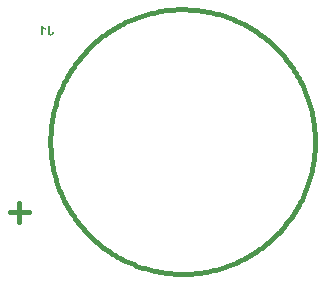
<source format=gbo>
G04*
G04 #@! TF.GenerationSoftware,Altium Limited,Altium Designer,24.5.2 (23)*
G04*
G04 Layer_Color=32896*
%FSLAX25Y25*%
%MOIN*%
G70*
G04*
G04 #@! TF.SameCoordinates,DA11F9B2-49B4-46D7-84E3-7535E75C2908*
G04*
G04*
G04 #@! TF.FilePolarity,Positive*
G04*
G01*
G75*
%ADD80C,0.01575*%
G36*
X22333Y89762D02*
X22357Y89710D01*
X22416Y89613D01*
X22478Y89526D01*
X22544Y89449D01*
X22576Y89415D01*
X22603Y89387D01*
X22628Y89359D01*
X22652Y89338D01*
X22669Y89321D01*
X22683Y89311D01*
X22693Y89304D01*
X22697Y89300D01*
X22801Y89224D01*
X22898Y89161D01*
X22985Y89109D01*
X23061Y89071D01*
X23096Y89054D01*
X23127Y89040D01*
X23152Y89030D01*
X23176Y89019D01*
X23193Y89012D01*
X23207Y89009D01*
X23214Y89005D01*
X23217D01*
Y88447D01*
X23134Y88478D01*
X23054Y88509D01*
X22975Y88544D01*
X22902Y88582D01*
X22832Y88620D01*
X22766Y88658D01*
X22707Y88696D01*
X22652Y88735D01*
X22600Y88769D01*
X22558Y88804D01*
X22517Y88835D01*
X22485Y88859D01*
X22461Y88880D01*
X22440Y88898D01*
X22430Y88908D01*
X22426Y88911D01*
Y86604D01*
X21812D01*
Y89817D01*
X22312D01*
X22333Y89762D01*
D02*
G37*
G36*
X24578Y87732D02*
Y87662D01*
X24581Y87600D01*
X24585Y87541D01*
X24592Y87489D01*
X24599Y87440D01*
X24606Y87399D01*
X24616Y87361D01*
X24623Y87329D01*
X24630Y87301D01*
X24640Y87277D01*
X24647Y87260D01*
X24654Y87243D01*
X24661Y87232D01*
X24665Y87225D01*
X24668Y87218D01*
X24706Y87177D01*
X24755Y87149D01*
X24803Y87128D01*
X24855Y87111D01*
X24901Y87104D01*
X24939Y87100D01*
X24952Y87097D01*
X24973D01*
X25012Y87100D01*
X25050Y87104D01*
X25112Y87125D01*
X25168Y87152D01*
X25213Y87183D01*
X25247Y87215D01*
X25272Y87239D01*
X25289Y87260D01*
X25293Y87263D01*
Y87267D01*
X25306Y87291D01*
X25317Y87315D01*
X25334Y87378D01*
X25348Y87440D01*
X25359Y87506D01*
X25365Y87565D01*
X25369Y87590D01*
Y87614D01*
X25372Y87631D01*
Y87648D01*
Y87655D01*
Y87659D01*
X25983Y87590D01*
X25980Y87496D01*
X25973Y87409D01*
X25959Y87326D01*
X25942Y87249D01*
X25924Y87180D01*
X25903Y87118D01*
X25879Y87059D01*
X25855Y87006D01*
X25830Y86961D01*
X25806Y86920D01*
X25785Y86885D01*
X25768Y86857D01*
X25751Y86836D01*
X25737Y86823D01*
X25730Y86812D01*
X25726Y86809D01*
X25674Y86764D01*
X25622Y86722D01*
X25563Y86687D01*
X25504Y86656D01*
X25442Y86632D01*
X25383Y86611D01*
X25324Y86594D01*
X25265Y86580D01*
X25209Y86566D01*
X25161Y86559D01*
X25116Y86552D01*
X25074Y86549D01*
X25043D01*
X25019Y86545D01*
X24998D01*
X24925Y86549D01*
X24852Y86552D01*
X24786Y86559D01*
X24724Y86573D01*
X24668Y86583D01*
X24612Y86597D01*
X24564Y86614D01*
X24519Y86628D01*
X24481Y86646D01*
X24446Y86659D01*
X24415Y86673D01*
X24390Y86687D01*
X24370Y86698D01*
X24356Y86705D01*
X24349Y86708D01*
X24345Y86712D01*
X24300Y86746D01*
X24259Y86781D01*
X24189Y86854D01*
X24130Y86930D01*
X24081Y87000D01*
X24047Y87066D01*
X24033Y87093D01*
X24023Y87118D01*
X24016Y87135D01*
X24009Y87149D01*
X24005Y87159D01*
Y87163D01*
X23991Y87204D01*
X23981Y87249D01*
X23964Y87350D01*
X23950Y87451D01*
X23943Y87548D01*
X23939Y87593D01*
X23936Y87638D01*
Y87676D01*
X23932Y87707D01*
Y87735D01*
Y87756D01*
Y87770D01*
Y87773D01*
Y89807D01*
X24578D01*
Y87732D01*
D02*
G37*
D80*
X112992Y51181D02*
X112981Y52181D01*
X112947Y53181D01*
X112890Y54179D01*
X112811Y55176D01*
X112709Y56171D01*
X112584Y57164D01*
X112437Y58153D01*
X112268Y59139D01*
X112076Y60120D01*
X111863Y61098D01*
X111627Y62069D01*
X111369Y63036D01*
X111089Y63996D01*
X110787Y64950D01*
X110464Y65896D01*
X110120Y66835D01*
X109754Y67766D01*
X109368Y68688D01*
X108960Y69602D01*
X108532Y70506D01*
X108083Y71400D01*
X107615Y72283D01*
X107126Y73156D01*
X106618Y74018D01*
X106090Y74867D01*
X105543Y75705D01*
X104978Y76530D01*
X104394Y77341D01*
X103791Y78140D01*
X103171Y78924D01*
X102533Y79694D01*
X101877Y80450D01*
X101205Y81190D01*
X100516Y81915D01*
X99811Y82625D01*
X99090Y83318D01*
X98353Y83994D01*
X97601Y84654D01*
X96835Y85296D01*
X96054Y85921D01*
X95259Y86528D01*
X94450Y87117D01*
X93629Y87687D01*
X92794Y88239D01*
X91948Y88771D01*
X91089Y89284D01*
X90219Y89778D01*
X89338Y90252D01*
X88447Y90705D01*
X87545Y91138D01*
X86634Y91551D01*
X85714Y91943D01*
X84785Y92314D01*
X83848Y92664D01*
X82903Y92992D01*
X81952Y93299D01*
X80993Y93584D01*
X80028Y93848D01*
X79058Y94089D01*
X78082Y94309D01*
X77101Y94506D01*
X76116Y94681D01*
X75128Y94833D01*
X74136Y94963D01*
X73142Y95071D01*
X72145Y95156D01*
X71147Y95218D01*
X70148Y95258D01*
X69148Y95275D01*
X68147Y95269D01*
X67148Y95241D01*
X66149Y95190D01*
X65151Y95116D01*
X64156Y95020D01*
X63163Y94901D01*
X62173Y94760D01*
X61186Y94596D01*
X60203Y94410D01*
X59225Y94202D01*
X58252Y93971D01*
X57284Y93719D01*
X56322Y93444D01*
X55367Y93148D01*
X54418Y92831D01*
X53478Y92492D01*
X52545Y92131D01*
X51620Y91750D01*
X50704Y91347D01*
X49798Y90924D01*
X48902Y90481D01*
X48015Y90017D01*
X47140Y89534D01*
X46275Y89030D01*
X45423Y88507D01*
X44582Y87966D01*
X43754Y87405D01*
X42939Y86825D01*
X42137Y86227D01*
X41349Y85611D01*
X40576Y84977D01*
X39816Y84326D01*
X39072Y83658D01*
X38343Y82973D01*
X37630Y82272D01*
X36933Y81555D01*
X36252Y80822D01*
X35588Y80074D01*
X34941Y79311D01*
X34312Y78534D01*
X33701Y77742D01*
X33107Y76937D01*
X32532Y76119D01*
X31976Y75287D01*
X31439Y74444D01*
X30921Y73588D01*
X30422Y72721D01*
X29944Y71843D01*
X29485Y70954D01*
X29047Y70055D01*
X28629Y69147D01*
X28232Y68229D01*
X27856Y67302D01*
X27501Y66367D01*
X27167Y65424D01*
X26855Y64474D01*
X26564Y63517D01*
X26295Y62553D01*
X26048Y61584D01*
X25823Y60610D01*
X25620Y59630D01*
X25440Y58647D01*
X25282Y57659D01*
X25146Y56668D01*
X25033Y55674D01*
X24942Y54678D01*
X24874Y53680D01*
X24829Y52681D01*
X24806Y51681D01*
X24806Y50681D01*
X24829Y49681D01*
X24874Y48682D01*
X24942Y47684D01*
X25033Y46688D01*
X25146Y45694D01*
X25282Y44704D01*
X25440Y43716D01*
X25620Y42732D01*
X25823Y41753D01*
X26048Y40778D01*
X26295Y39809D01*
X26564Y38846D01*
X26854Y37889D01*
X27167Y36939D01*
X27501Y35996D01*
X27856Y35061D01*
X28232Y34134D01*
X28629Y33216D01*
X29047Y32307D01*
X29485Y31408D01*
X29944Y30519D01*
X30422Y29641D01*
X30921Y28774D01*
X31439Y27918D01*
X31976Y27075D01*
X32532Y26244D01*
X33107Y25425D01*
X33700Y24620D01*
X34312Y23829D01*
X34941Y23051D01*
X35588Y22288D01*
X36252Y21540D01*
X36933Y20807D01*
X37630Y20090D01*
X38343Y19389D01*
X39072Y18704D01*
X39816Y18036D01*
X40575Y17385D01*
X41349Y16751D01*
X42137Y16135D01*
X42939Y15537D01*
X43754Y14958D01*
X44582Y14397D01*
X45423Y13855D01*
X46275Y13332D01*
X47140Y12829D01*
X48015Y12345D01*
X48901Y11881D01*
X49798Y11438D01*
X50704Y11015D01*
X51620Y10613D01*
X52544Y10231D01*
X53477Y9871D01*
X54418Y9532D01*
X55367Y9214D01*
X56322Y8918D01*
X57284Y8644D01*
X58252Y8391D01*
X59225Y8161D01*
X60203Y7952D01*
X61186Y7766D01*
X62173Y7603D01*
X63163Y7461D01*
X64156Y7342D01*
X65151Y7246D01*
X66149Y7172D01*
X67148Y7121D01*
X68147Y7093D01*
X69148Y7087D01*
X70148Y7104D01*
X71147Y7144D01*
X72145Y7206D01*
X73142Y7291D01*
X74136Y7399D01*
X75128Y7529D01*
X76116Y7682D01*
X77101Y7856D01*
X78082Y8054D01*
X79058Y8273D01*
X80028Y8514D01*
X80993Y8778D01*
X81952Y9063D01*
X82904Y9370D01*
X83848Y9699D01*
X84785Y10048D01*
X85714Y10419D01*
X86634Y10811D01*
X87546Y11224D01*
X88447Y11657D01*
X89338Y12111D01*
X90219Y12584D01*
X91089Y13078D01*
X91948Y13591D01*
X92794Y14123D01*
X93629Y14675D01*
X94450Y15245D01*
X95259Y15834D01*
X96054Y16441D01*
X96835Y17066D01*
X97601Y17708D01*
X98353Y18368D01*
X99090Y19045D01*
X99811Y19738D01*
X100516Y20447D01*
X101205Y21172D01*
X101877Y21913D01*
X102533Y22668D01*
X103171Y23438D01*
X103791Y24223D01*
X104394Y25021D01*
X104978Y25833D01*
X105544Y26658D01*
X106090Y27495D01*
X106618Y28345D01*
X107126Y29206D01*
X107615Y30079D01*
X108084Y30963D01*
X108532Y31857D01*
X108960Y32761D01*
X109368Y33674D01*
X109754Y34596D01*
X110120Y35527D01*
X110465Y36466D01*
X110787Y37413D01*
X111089Y38367D01*
X111369Y39327D01*
X111627Y40293D01*
X111863Y41265D01*
X112077Y42242D01*
X112268Y43224D01*
X112437Y44210D01*
X112584Y45199D01*
X112709Y46191D01*
X112811Y47186D01*
X112890Y48183D01*
X112947Y49182D01*
X112981Y50182D01*
X112992Y51181D01*
X11398Y27681D02*
X17697D01*
X14398Y24382D02*
Y30681D01*
M02*

</source>
